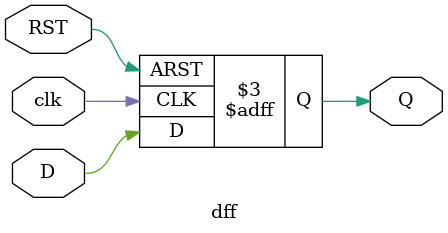
<source format=v>
/*
 * divider.v: Simple clock divider based on D-flipflops.
 * author: Till Mahlburg
 * year: 2019
 * organization: Universität Leipzig
 * license: ISC
 *
 */

`timescale 1 ns / 1 ps

module divider_synth #(
	parameter FF_NUM = 27) (
	input clk_in,
	input RST,

	output clk_out);

	wire [(FF_NUM - 1):0] D_in;
	wire [(FF_NUM - 1):0] clk_div;
	
	dff dff_0 (
		.clk(clk_in),
		.RST(RST),
		.D(D_in[0]),
		.Q(clk_div[0]));

	genvar i;
	generate
	for (i = 1; i < FF_NUM; i = i + 1) 
		begin : dff_gen_label
		dff dff_inst (
			.clk(clk_div[i-1]),
			.RST(RST),
			.D(D_in[i]),
			.Q(clk_div[i]));
		end
	endgenerate
	
	assign D_in = ~clk_div;
	assign clk_out = clk_div[(FF_NUM - 1)];

endmodule


module dff (
	input D,
	input clk,
	input RST,
	output reg Q);
	
	always @ (posedge clk or posedge RST) begin
		if (RST == 1) begin
			Q <= 1'b0;
		end else begin
			Q <= D;
		end
	end
endmodule

</source>
